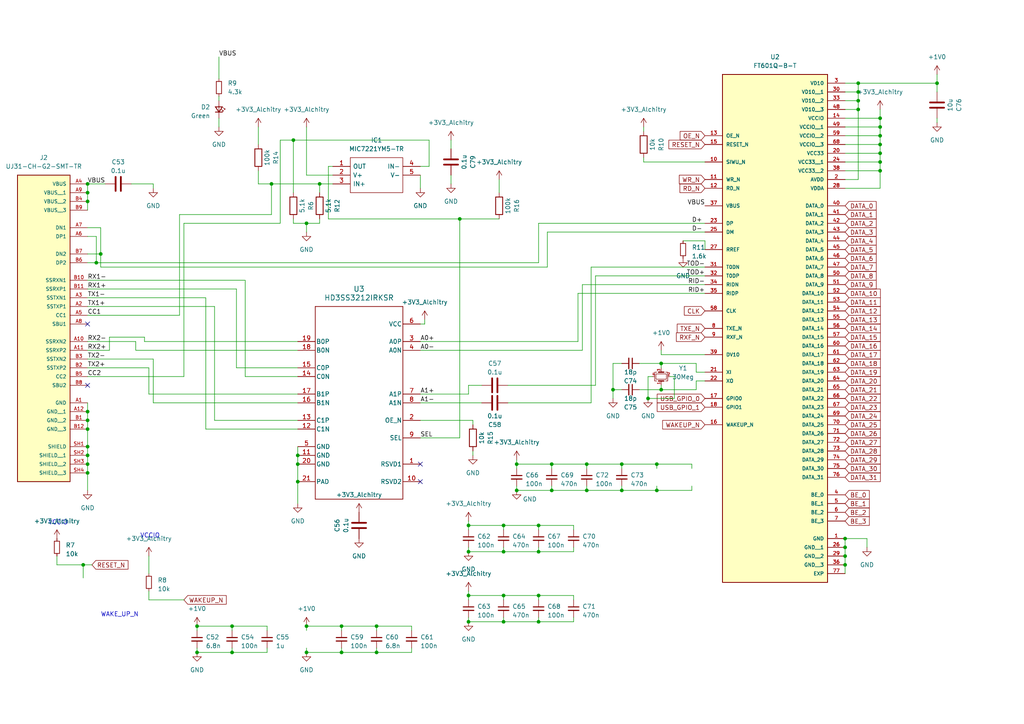
<source format=kicad_sch>
(kicad_sch (version 20231120) (generator "eeschema") (generator_version "8.0")
  (paper "A4")
  (title_block (title "Streamoscope") (date "2024-08-11") (rev "4") (company "Massachusetts Institute of Technology"))
  (junction (at 135.89 152.4))
  (junction (at 25.4 121.92))
  (junction (at 67.31 189.23))
  (junction (at 25.4 53.34))
  (junction (at 190.5 134.62))
  (junction (at 170.18 134.62))
  (junction (at 156.21 152.4))
  (junction (at 99.06 189.23))
  (junction (at 133.35 63.5))
  (junction (at 146.05 160.02))
  (junction (at 88.9 189.23))
  (junction (at 25.4 55.88))
  (junction (at 24.13 163.83))
  (junction (at 78.74 53.34))
  (junction (at 25.4 58.42))
  (junction (at 109.22 181.61))
  (junction (at 255.27 44.45))
  (junction (at 255.27 36.83))
  (junction (at 135.89 172.72))
  (junction (at 156.21 180.34))
  (junction (at 25.4 137.16))
  (junction (at 135.89 160.02))
  (junction (at 190.5 142.24))
  (junction (at 156.21 160.02))
  (junction (at 191.77 105.41))
  (junction (at 25.4 129.54))
  (junction (at 146.05 152.4))
  (junction (at 248.92 24.13))
  (junction (at 191.77 113.03))
  (junction (at 156.21 172.72))
  (junction (at 25.4 119.38))
  (junction (at 57.15 189.23))
  (junction (at 160.02 134.62))
  (junction (at 180.34 134.62))
  (junction (at 25.4 134.62))
  (junction (at 85.09 40.64))
  (junction (at 135.89 180.34))
  (junction (at 187.96 115.57))
  (junction (at 25.4 132.08))
  (junction (at 25.4 124.46))
  (junction (at 255.27 34.29))
  (junction (at 170.18 142.24))
  (junction (at 57.15 181.61))
  (junction (at 248.92 29.21))
  (junction (at 180.34 142.24))
  (junction (at 92.71 53.34))
  (junction (at 248.92 31.75))
  (junction (at 86.36 132.08))
  (junction (at 255.27 39.37))
  (junction (at 88.9 64.77))
  (junction (at 177.8 113.03))
  (junction (at 245.11 158.75))
  (junction (at 29.21 73.66))
  (junction (at 255.27 49.53))
  (junction (at 248.92 26.67))
  (junction (at 146.05 172.72))
  (junction (at 109.22 189.23))
  (junction (at 86.36 139.7))
  (junction (at 255.27 41.91))
  (junction (at 255.27 46.99))
  (junction (at 27.94 76.2))
  (junction (at 86.36 134.62))
  (junction (at 245.11 163.83))
  (junction (at 149.86 142.24))
  (junction (at 149.86 134.62))
  (junction (at 245.11 156.21))
  (junction (at 146.05 180.34))
  (junction (at 88.9 181.61))
  (junction (at 67.31 181.61))
  (junction (at 99.06 181.61))
  (junction (at 245.11 161.29))
  (junction (at 160.02 142.24))
  (junction (at 271.78 24.13))
  (no_connect (at 121.92 139.7))
  (no_connect (at 25.4 111.76))
  (no_connect (at 25.4 93.98))
  (no_connect (at 121.92 134.62))
  (wire (pts (xy 67.31 187.96) (xy 67.31 189.23)))
  (wire (pts (xy 92.71 53.34) (xy 92.71 55.88)))
  (wire (pts (xy 88.9 64.77) (xy 92.71 64.77)))
  (wire (pts (xy 88.9 181.61) (xy 99.06 181.61)))
  (wire (pts (xy 86.36 132.08) (xy 86.36 134.62)))
  (wire (pts (xy 171.45 77.47) (xy 204.47 77.47)))
  (wire (pts (xy 52.07 62.23) (xy 78.74 62.23)))
  (wire (pts (xy 185.42 113.03) (xy 191.77 113.03)))
  (wire (pts (xy 27.94 76.2) (xy 156.21 76.2)))
  (wire (pts (xy 177.8 113.03) (xy 177.8 115.57)))
  (wire (pts (xy 43.18 106.68) (xy 43.18 114.3)))
  (wire (pts (xy 177.8 113.03) (xy 180.34 113.03)))
  (wire (pts (xy 85.09 40.64) (xy 85.09 55.88)))
  (wire (pts (xy 121.92 93.98) (xy 123.19 93.98)))
  (wire (pts (xy 25.4 66.04) (xy 29.21 66.04)))
  (wire (pts (xy 255.27 39.37) (xy 255.27 41.91)))
  (wire (pts (xy 121.92 101.6) (xy 168.91 101.6)))
  (wire (pts (xy 156.21 179.07) (xy 156.21 180.34)))
  (wire (pts (xy 121.92 54.61) (xy 121.92 50.8)))
  (wire (pts (xy 135.89 172.72) (xy 135.89 173.99)))
  (wire (pts (xy 204.47 69.85) (xy 204.47 72.39)))
  (wire (pts (xy 245.11 39.37) (xy 255.27 39.37)))
  (wire (pts (xy 74.93 53.34) (xy 78.74 53.34)))
  (wire (pts (xy 25.4 68.58) (xy 27.94 68.58)))
  (wire (pts (xy 156.21 152.4) (xy 156.21 153.67)))
  (wire (pts (xy 160.02 134.62) (xy 160.02 135.89)))
  (wire (pts (xy 59.69 86.36) (xy 59.69 124.46)))
  (wire (pts (xy 156.21 158.75) (xy 156.21 160.02)))
  (wire (pts (xy 248.92 26.67) (xy 248.92 24.13)))
  (wire (pts (xy 135.89 158.75) (xy 135.89 160.02)))
  (wire (pts (xy 109.22 189.23) (xy 119.38 189.23)))
  (wire (pts (xy 170.18 134.62) (xy 180.34 134.62)))
  (wire (pts (xy 271.78 24.13) (xy 271.78 26.67)))
  (wire (pts (xy 195.58 115.57) (xy 195.58 109.22)))
  (wire (pts (xy 25.4 76.2) (xy 27.94 76.2)))
  (wire (pts (xy 255.27 44.45) (xy 255.27 46.99)))
  (wire (pts (xy 59.69 124.46) (xy 86.36 124.46)))
  (wire (pts (xy 180.34 134.62) (xy 180.34 135.89)))
  (wire (pts (xy 88.9 64.77) (xy 85.09 64.77)))
  (wire (pts (xy 63.5 36.83) (xy 63.5 34.29)))
  (wire (pts (xy 25.4 119.38) (xy 25.4 121.92)))
  (wire (pts (xy 245.11 156.21) (xy 251.46 156.21)))
  (wire (pts (xy 156.21 76.2) (xy 156.21 64.77)))
  (wire (pts (xy 180.34 134.62) (xy 190.5 134.62)))
  (wire (pts (xy 172.72 80.01) (xy 204.47 80.01)))
  (wire (pts (xy 86.36 129.54) (xy 86.36 132.08)))
  (wire (pts (xy 81.28 64.77) (xy 81.28 40.64)))
  (wire (pts (xy 29.21 73.66) (xy 29.21 77.47)))
  (wire (pts (xy 16.51 161.29) (xy 16.51 163.83)))
  (wire (pts (xy 255.27 34.29) (xy 255.27 36.83)))
  (wire (pts (xy 78.74 53.34) (xy 92.71 53.34)))
  (wire (pts (xy 135.89 171.45) (xy 135.89 172.72)))
  (wire (pts (xy 180.34 142.24) (xy 190.5 142.24)))
  (wire (pts (xy 147.32 116.84) (xy 171.45 116.84)))
  (wire (pts (xy 156.21 172.72) (xy 156.21 173.99)))
  (wire (pts (xy 124.46 48.26) (xy 121.92 48.26)))
  (wire (pts (xy 27.94 68.58) (xy 27.94 76.2)))
  (wire (pts (xy 149.86 133.35) (xy 149.86 134.62)))
  (wire (pts (xy 95.25 63.5) (xy 133.35 63.5)))
  (wire (pts (xy 135.89 111.76) (xy 139.7 111.76)))
  (wire (pts (xy 255.27 54.61) (xy 245.11 54.61)))
  (wire (pts (xy 200.66 134.62) (xy 200.66 135.89)))
  (wire (pts (xy 135.89 114.3) (xy 135.89 111.76)))
  (wire (pts (xy 149.86 134.62) (xy 160.02 134.62)))
  (wire (pts (xy 186.69 46.99) (xy 204.47 46.99)))
  (wire (pts (xy 57.15 187.96) (xy 57.15 189.23)))
  (wire (pts (xy 255.27 41.91) (xy 255.27 44.45)))
  (wire (pts (xy 25.4 73.66) (xy 29.21 73.66)))
  (wire (pts (xy 29.21 66.04) (xy 29.21 73.66)))
  (wire (pts (xy 190.5 134.62) (xy 190.5 135.89)))
  (wire (pts (xy 109.22 181.61) (xy 109.22 182.88)))
  (wire (pts (xy 149.86 142.24) (xy 160.02 142.24)))
  (wire (pts (xy 201.93 107.95) (xy 201.93 105.41)))
  (wire (pts (xy 198.12 69.85) (xy 204.47 69.85)))
  (wire (pts (xy 190.5 134.62) (xy 200.66 134.62)))
  (wire (pts (xy 171.45 116.84) (xy 171.45 77.47)))
  (wire (pts (xy 160.02 134.62) (xy 170.18 134.62)))
  (wire (pts (xy 67.31 181.61) (xy 67.31 182.88)))
  (wire (pts (xy 191.77 113.03) (xy 201.93 113.03)))
  (wire (pts (xy 245.11 158.75) (xy 245.11 161.29)))
  (wire (pts (xy 124.46 40.64) (xy 124.46 48.26)))
  (wire (pts (xy 25.4 86.36) (xy 59.69 86.36)))
  (wire (pts (xy 109.22 181.61) (xy 119.38 181.61)))
  (wire (pts (xy 62.23 121.92) (xy 86.36 121.92)))
  (wire (pts (xy 74.93 49.53) (xy 74.93 53.34)))
  (wire (pts (xy 44.45 54.61) (xy 44.45 53.34)))
  (wire (pts (xy 24.13 163.83) (xy 26.67 163.83)))
  (wire (pts (xy 160.02 140.97) (xy 160.02 142.24)))
  (wire (pts (xy 248.92 31.75) (xy 248.92 29.21)))
  (wire (pts (xy 255.27 49.53) (xy 255.27 54.61)))
  (wire (pts (xy 248.92 29.21) (xy 248.92 26.67)))
  (wire (pts (xy 88.9 181.61) (xy 88.9 182.88)))
  (wire (pts (xy 25.4 132.08) (xy 25.4 134.62)))
  (wire (pts (xy 245.11 26.67) (xy 248.92 26.67)))
  (wire (pts (xy 167.64 85.09) (xy 204.47 85.09)))
  (wire (pts (xy 88.9 64.77) (xy 88.9 67.31)))
  (wire (pts (xy 43.18 114.3) (xy 86.36 114.3)))
  (wire (pts (xy 146.05 172.72) (xy 156.21 172.72)))
  (wire (pts (xy 137.16 130.81) (xy 137.16 132.08)))
  (wire (pts (xy 62.23 88.9) (xy 62.23 121.92)))
  (wire (pts (xy 190.5 140.97) (xy 190.5 142.24)))
  (wire (pts (xy 158.75 77.47) (xy 158.75 67.31)))
  (wire (pts (xy 245.11 34.29) (xy 255.27 34.29)))
  (wire (pts (xy 204.47 107.95) (xy 201.93 107.95)))
  (wire (pts (xy 63.5 27.94) (xy 63.5 29.21)))
  (wire (pts (xy 71.12 109.22) (xy 86.36 109.22)))
  (wire (pts (xy 245.11 161.29) (xy 245.11 163.83)))
  (wire (pts (xy 170.18 140.97) (xy 170.18 142.24)))
  (wire (pts (xy 99.06 181.61) (xy 99.06 182.88)))
  (wire (pts (xy 147.32 111.76) (xy 172.72 111.76)))
  (wire (pts (xy 180.34 142.24) (xy 180.34 140.97)))
  (wire (pts (xy 191.77 111.76) (xy 191.77 113.03)))
  (wire (pts (xy 245.11 41.91) (xy 255.27 41.91)))
  (wire (pts (xy 190.5 142.24) (xy 200.66 142.24)))
  (wire (pts (xy 43.18 173.99) (xy 53.34 173.99)))
  (wire (pts (xy 146.05 152.4) (xy 146.05 153.67)))
  (wire (pts (xy 41.91 99.06) (xy 86.36 99.06)))
  (wire (pts (xy 85.09 40.64) (xy 124.46 40.64)))
  (wire (pts (xy 25.4 106.68) (xy 43.18 106.68)))
  (wire (pts (xy 248.92 24.13) (xy 271.78 24.13)))
  (wire (pts (xy 25.4 58.42) (xy 25.4 60.96)))
  (wire (pts (xy 156.21 160.02) (xy 166.37 160.02)))
  (wire (pts (xy 135.89 152.4) (xy 146.05 152.4)))
  (wire (pts (xy 187.96 109.22) (xy 187.96 115.57)))
  (wire (pts (xy 57.15 181.61) (xy 67.31 181.61)))
  (wire (pts (xy 25.4 104.14) (xy 44.45 104.14)))
  (wire (pts (xy 255.27 46.99) (xy 255.27 49.53)))
  (wire (pts (xy 85.09 64.77) (xy 85.09 63.5)))
  (wire (pts (xy 39.37 99.06) (xy 25.4 99.06)))
  (wire (pts (xy 248.92 52.07) (xy 248.92 31.75)))
  (wire (pts (xy 271.78 34.29) (xy 271.78 35.56)))
  (wire (pts (xy 25.4 109.22) (xy 53.34 109.22)))
  (wire (pts (xy 44.45 104.14) (xy 44.45 116.84)))
  (wire (pts (xy 156.21 64.77) (xy 204.47 64.77)))
  (wire (pts (xy 25.4 116.84) (xy 25.4 119.38)))
  (wire (pts (xy 200.66 142.24) (xy 200.66 140.97)))
  (wire (pts (xy 25.4 91.44) (xy 52.07 91.44)))
  (wire (pts (xy 137.16 121.92) (xy 121.92 121.92)))
  (wire (pts (xy 77.47 181.61) (xy 77.47 182.88)))
  (wire (pts (xy 25.4 83.82) (xy 68.58 83.82)))
  (wire (pts (xy 149.86 140.97) (xy 149.86 142.24)))
  (wire (pts (xy 25.4 124.46) (xy 25.4 129.54)))
  (wire (pts (xy 135.89 152.4) (xy 135.89 153.67)))
  (wire (pts (xy 96.52 48.26) (xy 95.25 48.26)))
  (wire (pts (xy 133.35 63.5) (xy 144.78 63.5)))
  (wire (pts (xy 44.45 53.34) (xy 38.1 53.34)))
  (wire (pts (xy 167.64 99.06) (xy 167.64 85.09)))
  (wire (pts (xy 146.05 179.07) (xy 146.05 180.34)))
  (wire (pts (xy 245.11 31.75) (xy 248.92 31.75)))
  (wire (pts (xy 57.15 189.23) (xy 67.31 189.23)))
  (wire (pts (xy 74.93 36.83) (xy 74.93 41.91)))
  (wire (pts (xy 186.69 36.83) (xy 186.69 38.1)))
  (wire (pts (xy 146.05 172.72) (xy 146.05 173.99)))
  (wire (pts (xy 119.38 189.23) (xy 119.38 187.96)))
  (wire (pts (xy 195.58 109.22) (xy 194.31 109.22)))
  (wire (pts (xy 121.92 114.3) (xy 135.89 114.3)))
  (wire (pts (xy 39.37 101.6) (xy 86.36 101.6)))
  (wire (pts (xy 245.11 163.83) (xy 245.11 166.37)))
  (wire (pts (xy 255.27 31.75) (xy 255.27 34.29)))
  (wire (pts (xy 189.23 109.22) (xy 187.96 109.22)))
  (wire (pts (xy 78.74 62.23) (xy 78.74 53.34)))
  (wire (pts (xy 99.06 181.61) (xy 109.22 181.61)))
  (wire (pts (xy 53.34 109.22) (xy 53.34 64.77)))
  (wire (pts (xy 81.28 40.64) (xy 85.09 40.64)))
  (wire (pts (xy 156.21 152.4) (xy 166.37 152.4)))
  (wire (pts (xy 25.4 53.34) (xy 30.48 53.34)))
  (wire (pts (xy 135.89 179.07) (xy 135.89 180.34)))
  (wire (pts (xy 146.05 180.34) (xy 156.21 180.34)))
  (wire (pts (xy 88.9 50.8) (xy 88.9 36.83)))
  (wire (pts (xy 31.75 97.79) (xy 41.91 97.79)))
  (wire (pts (xy 95.25 48.26) (xy 95.25 63.5)))
  (wire (pts (xy 123.19 92.71) (xy 123.19 93.98)))
  (wire (pts (xy 191.77 105.41) (xy 201.93 105.41)))
  (wire (pts (xy 68.58 106.68) (xy 86.36 106.68)))
  (wire (pts (xy 43.18 171.45) (xy 43.18 173.99)))
  (wire (pts (xy 245.11 29.21) (xy 248.92 29.21)))
  (wire (pts (xy 67.31 189.23) (xy 77.47 189.23)))
  (wire (pts (xy 133.35 63.5) (xy 133.35 127)))
  (wire (pts (xy 248.92 24.13) (xy 245.11 24.13)))
  (wire (pts (xy 186.69 45.72) (xy 186.69 46.99)))
  (wire (pts (xy 52.07 91.44) (xy 52.07 62.23)))
  (wire (pts (xy 170.18 134.62) (xy 170.18 135.89)))
  (wire (pts (xy 31.75 101.6) (xy 31.75 97.79)))
  (wire (pts (xy 68.58 83.82) (xy 68.58 106.68)))
  (wire (pts (xy 53.34 64.77) (xy 81.28 64.77)))
  (wire (pts (xy 187.96 115.57) (xy 195.58 115.57)))
  (wire (pts (xy 255.27 36.83) (xy 255.27 39.37)))
  (wire (pts (xy 29.21 77.47) (xy 158.75 77.47)))
  (wire (pts (xy 191.77 101.6) (xy 191.77 102.87)))
  (wire (pts (xy 166.37 172.72) (xy 166.37 173.99)))
  (wire (pts (xy 25.4 134.62) (xy 25.4 137.16)))
  (wire (pts (xy 99.06 187.96) (xy 99.06 189.23)))
  (wire (pts (xy 245.11 44.45) (xy 255.27 44.45)))
  (wire (pts (xy 119.38 181.61) (xy 119.38 182.88)))
  (wire (pts (xy 25.4 101.6) (xy 31.75 101.6)))
  (wire (pts (xy 88.9 189.23) (xy 99.06 189.23)))
  (wire (pts (xy 133.35 127) (xy 121.92 127)))
  (wire (pts (xy 245.11 46.99) (xy 255.27 46.99)))
  (wire (pts (xy 41.91 97.79) (xy 41.91 99.06)))
  (wire (pts (xy 67.31 181.61) (xy 77.47 181.61)))
  (wire (pts (xy 271.78 21.59) (xy 271.78 24.13)))
  (wire (pts (xy 172.72 111.76) (xy 172.72 80.01)))
  (wire (pts (xy 168.91 101.6) (xy 168.91 82.55)))
  (wire (pts (xy 158.75 67.31) (xy 204.47 67.31)))
  (wire (pts (xy 39.37 101.6) (xy 39.37 99.06)))
  (wire (pts (xy 185.42 105.41) (xy 191.77 105.41)))
  (wire (pts (xy 149.86 134.62) (xy 149.86 135.89)))
  (wire (pts (xy 25.4 81.28) (xy 71.12 81.28)))
  (wire (pts (xy 92.71 64.77) (xy 92.71 63.5)))
  (wire (pts (xy 86.36 139.7) (xy 86.36 146.05)))
  (wire (pts (xy 201.93 110.49) (xy 201.93 113.03)))
  (wire (pts (xy 168.91 82.55) (xy 204.47 82.55)))
  (wire (pts (xy 135.89 180.34) (xy 146.05 180.34)))
  (wire (pts (xy 86.36 134.62) (xy 86.36 139.7)))
  (wire (pts (xy 25.4 137.16) (xy 25.4 142.24)))
  (wire (pts (xy 146.05 158.75) (xy 146.05 160.02)))
  (wire (pts (xy 245.11 49.53) (xy 255.27 49.53)))
  (wire (pts (xy 57.15 181.61) (xy 57.15 182.88)))
  (wire (pts (xy 130.81 53.34) (xy 130.81 50.8)))
  (wire (pts (xy 135.89 172.72) (xy 146.05 172.72)))
  (wire (pts (xy 245.11 156.21) (xy 245.11 158.75)))
  (wire (pts (xy 121.92 116.84) (xy 139.7 116.84)))
  (wire (pts (xy 251.46 156.21) (xy 251.46 158.75)))
  (wire (pts (xy 166.37 160.02) (xy 166.37 158.75)))
  (wire (pts (xy 191.77 105.41) (xy 191.77 106.68)))
  (wire (pts (xy 77.47 187.96) (xy 77.47 189.23)))
  (wire (pts (xy 245.11 52.07) (xy 248.92 52.07)))
  (wire (pts (xy 146.05 160.02) (xy 156.21 160.02)))
  (wire (pts (xy 170.18 142.24) (xy 180.34 142.24)))
  (wire (pts (xy 96.52 50.8) (xy 88.9 50.8)))
  (wire (pts (xy 92.71 53.34) (xy 96.52 53.34)))
  (wire (pts (xy 25.4 53.34) (xy 25.4 55.88)))
  (wire (pts (xy 135.89 160.02) (xy 146.05 160.02)))
  (wire (pts (xy 44.45 116.84) (xy 86.36 116.84)))
  (wire (pts (xy 71.12 81.28) (xy 71.12 109.22)))
  (wire (pts (xy 63.5 16.51) (xy 63.5 22.86)))
  (wire (pts (xy 43.18 161.29) (xy 43.18 166.37)))
  (wire (pts (xy 160.02 142.24) (xy 170.18 142.24)))
  (wire (pts (xy 121.92 99.06) (xy 167.64 99.06)))
  (wire (pts (xy 24.13 163.83) (xy 16.51 163.83)))
  (wire (pts (xy 109.22 187.96) (xy 109.22 189.23)))
  (wire (pts (xy 130.81 40.64) (xy 130.81 43.18)))
  (wire (pts (xy 177.8 105.41) (xy 177.8 113.03)))
  (wire (pts (xy 25.4 55.88) (xy 25.4 58.42)))
  (wire (pts (xy 25.4 129.54) (xy 25.4 132.08)))
  (wire (pts (xy 245.11 36.83) (xy 255.27 36.83)))
  (wire (pts (xy 24.13 167.64) (xy 24.13 163.83)))
  (wire (pts (xy 204.47 110.49) (xy 201.93 110.49)))
  (wire (pts (xy 156.21 172.72) (xy 166.37 172.72)))
  (wire (pts (xy 166.37 180.34) (xy 166.37 179.07)))
  (wire (pts (xy 88.9 187.96) (xy 88.9 189.23)))
  (wire (pts (xy 25.4 88.9) (xy 62.23 88.9)))
  (wire (pts (xy 156.21 180.34) (xy 166.37 180.34)))
  (wire (pts (xy 25.4 121.92) (xy 25.4 124.46)))
  (wire (pts (xy 191.77 102.87) (xy 204.47 102.87)))
  (wire (pts (xy 180.34 105.41) (xy 177.8 105.41)))
  (wire (pts (xy 135.89 151.13) (xy 135.89 152.4)))
  (wire (pts (xy 146.05 152.4) (xy 156.21 152.4)))
  (wire (pts (xy 99.06 189.23) (xy 109.22 189.23)))
  (wire (pts (xy 137.16 123.19) (xy 137.16 121.92)))
  (wire (pts (xy 144.78 52.07) (xy 144.78 55.88)))
  (wire (pts (xy 166.37 152.4) (xy 166.37 153.67)))
  (text "VCCIO" (at 40.64 156.21 0) (effects (font (size 1.27 1.27)) (justify left bottom)))
  (text "WAKE_UP_N" (at 29.21 179.07 0) (effects (font (size 1.27 1.27)) (justify left bottom)))
  (text "VCCIO" (at 13.97 152.4 0) (effects (font (size 1.27 1.27)) (justify left bottom)))
  (label "D-" (at 200.66 67.31 0))
  (label "D+" (at 200.66 64.77 0))
  (label "RX1-" (at 25.4 81.28 0))
  (label "RX1+" (at 25.4 83.82 0))
  (label "TOD-" (at 204.47 77.47 180))
  (label "CC2" (at 25.4 109.22 0))
  (label "A1-" (at 121.92 116.84 0))
  (label "RID-" (at 204.47 82.55 180))
  (label "A1+" (at 121.92 114.3 0))
  (label "VBUS" (at 25.4 53.34 0))
  (label "A0+" (at 121.92 99.06 0))
  (label "TX2+" (at 25.4 106.68 0))
  (label "CC1" (at 25.4 91.44 0))
  (label "RX2+" (at 25.4 101.6 0))
  (label "TX1+" (at 25.4 88.9 0))
  (label "TOD+" (at 204.47 80.01 180))
  (label "TX1-" (at 25.4 86.36 0))
  (label "A0-" (at 121.92 101.6 0))
  (label "VBUS" (at 63.5 16.51 0))
  (label "VBUS" (at 204.47 59.69 180))
  (label "RX2-" (at 25.4 99.06 0))
  (label "SEL" (at 121.92 127 0))
  (label "RID+" (at 204.47 85.09 180))
  (label "TX2-" (at 25.4 104.14 0))
  (global_label "DATA_5" (shape input) (at 245.11 72.39 0) (property "Intersheetrefs" "${INTERSHEET_REFS}" (effects (hide yes))))
  (global_label "WAKEUP_N" (shape input) (at 204.47 123.19 180) (property "Intersheetrefs" "${INTERSHEET_REFS}" (effects (hide yes))))
  (global_label "DATA_10" (shape input) (at 245.11 85.09 0) (property "Intersheetrefs" "${INTERSHEET_REFS}" (effects (hide yes))))
  (global_label "DATA_20" (shape input) (at 245.11 110.49 0) (property "Intersheetrefs" "${INTERSHEET_REFS}" (effects (hide yes))))
  (global_label "DATA_30" (shape input) (at 245.11 135.89 0) (property "Intersheetrefs" "${INTERSHEET_REFS}" (effects (hide yes))))
  (global_label "DATA_8" (shape input) (at 245.11 80.01 0) (property "Intersheetrefs" "${INTERSHEET_REFS}" (effects (hide yes))))
  (global_label "TXE_N" (shape input) (at 204.47 95.25 180) (property "Intersheetrefs" "${INTERSHEET_REFS}" (effects (hide yes))))
  (global_label "DATA_1" (shape input) (at 245.11 62.23 0) (property "Intersheetrefs" "${INTERSHEET_REFS}" (effects (hide yes))))
  (global_label "DATA_17" (shape input) (at 245.11 102.87 0) (property "Intersheetrefs" "${INTERSHEET_REFS}" (effects (hide yes))))
  (global_label "DATA_27" (shape input) (at 245.11 128.27 0) (property "Intersheetrefs" "${INTERSHEET_REFS}" (effects (hide yes))))
  (global_label "WR_N" (shape input) (at 204.47 52.07 180) (property "Intersheetrefs" "${INTERSHEET_REFS}" (effects (hide yes))))
  (global_label "DATA_18" (shape input) (at 245.11 105.41 0) (property "Intersheetrefs" "${INTERSHEET_REFS}" (effects (hide yes))))
  (global_label "DATA_4" (shape input) (at 245.11 69.85 0) (property "Intersheetrefs" "${INTERSHEET_REFS}" (effects (hide yes))))
  (global_label "DATA_7" (shape input) (at 245.11 77.47 0) (property "Intersheetrefs" "${INTERSHEET_REFS}" (effects (hide yes))))
  (global_label "BE_2" (shape input) (at 245.11 148.59 0) (property "Intersheetrefs" "${INTERSHEET_REFS}" (effects (hide yes))))
  (global_label "DATA_29" (shape input) (at 245.11 133.35 0) (property "Intersheetrefs" "${INTERSHEET_REFS}" (effects (hide yes))))
  (global_label "DATA_22" (shape input) (at 245.11 115.57 0) (property "Intersheetrefs" "${INTERSHEET_REFS}" (effects (hide yes))))
  (global_label "DATA_3" (shape input) (at 245.11 67.31 0) (property "Intersheetrefs" "${INTERSHEET_REFS}" (effects (hide yes))))
  (global_label "DATA_26" (shape input) (at 245.11 125.73 0) (property "Intersheetrefs" "${INTERSHEET_REFS}" (effects (hide yes))))
  (global_label "OE_N" (shape input) (at 204.47 39.37 180) (property "Intersheetrefs" "${INTERSHEET_REFS}" (effects (hide yes))))
  (global_label "RESET_N" (shape input) (at 204.47 41.91 180) (property "Intersheetrefs" "${INTERSHEET_REFS}" (effects (hide yes))))
  (global_label "RD_N" (shape input) (at 204.47 54.61 180) (property "Intersheetrefs" "${INTERSHEET_REFS}" (effects (hide yes))))
  (global_label "USB_GPIO_0" (shape input) (at 204.47 115.57 180) (property "Intersheetrefs" "${INTERSHEET_REFS}" (effects (hide yes))))
  (global_label "USB_GPIO_1" (shape input) (at 204.47 118.11 180) (property "Intersheetrefs" "${INTERSHEET_REFS}" (effects (hide yes))))
  (global_label "DATA_23" (shape input) (at 245.11 118.11 0) (property "Intersheetrefs" "${INTERSHEET_REFS}" (effects (hide yes))))
  (global_label "DATA_31" (shape input) (at 245.11 138.43 0) (property "Intersheetrefs" "${INTERSHEET_REFS}" (effects (hide yes))))
  (global_label "RESET_N" (shape input) (at 26.67 163.83 0) (property "Intersheetrefs" "${INTERSHEET_REFS}" (effects (hide yes))))
  (global_label "DATA_0" (shape input) (at 245.11 59.69 0) (property "Intersheetrefs" "${INTERSHEET_REFS}" (effects (hide yes))))
  (global_label "DATA_21" (shape input) (at 245.11 113.03 0) (property "Intersheetrefs" "${INTERSHEET_REFS}" (effects (hide yes))))
  (global_label "DATA_12" (shape input) (at 245.11 90.17 0) (property "Intersheetrefs" "${INTERSHEET_REFS}" (effects (hide yes))))
  (global_label "DATA_2" (shape input) (at 245.11 64.77 0) (property "Intersheetrefs" "${INTERSHEET_REFS}" (effects (hide yes))))
  (global_label "DATA_13" (shape input) (at 245.11 92.71 0) (property "Intersheetrefs" "${INTERSHEET_REFS}" (effects (hide yes))))
  (global_label "DATA_11" (shape input) (at 245.11 87.63 0) (property "Intersheetrefs" "${INTERSHEET_REFS}" (effects (hide yes))))
  (global_label "DATA_25" (shape input) (at 245.11 123.19 0) (property "Intersheetrefs" "${INTERSHEET_REFS}" (effects (hide yes))))
  (global_label "BE_0" (shape input) (at 245.11 143.51 0) (property "Intersheetrefs" "${INTERSHEET_REFS}" (effects (hide yes))))
  (global_label "DATA_16" (shape input) (at 245.11 100.33 0) (property "Intersheetrefs" "${INTERSHEET_REFS}" (effects (hide yes))))
  (global_label "DATA_28" (shape input) (at 245.11 130.81 0) (property "Intersheetrefs" "${INTERSHEET_REFS}" (effects (hide yes))))
  (global_label "DATA_15" (shape input) (at 245.11 97.79 0) (property "Intersheetrefs" "${INTERSHEET_REFS}" (effects (hide yes))))
  (global_label "RXF_N" (shape input) (at 204.47 97.79 180) (property "Intersheetrefs" "${INTERSHEET_REFS}" (effects (hide yes))))
  (global_label "DATA_6" (shape input) (at 245.11 74.93 0) (property "Intersheetrefs" "${INTERSHEET_REFS}" (effects (hide yes))))
  (global_label "DATA_24" (shape input) (at 245.11 120.65 0) (property "Intersheetrefs" "${INTERSHEET_REFS}" (effects (hide yes))))
  (global_label "CLK" (shape input) (at 204.47 90.17 180) (property "Intersheetrefs" "${INTERSHEET_REFS}" (effects (hide yes))))
  (global_label "DATA_14" (shape input) (at 245.11 95.25 0) (property "Intersheetrefs" "${INTERSHEET_REFS}" (effects (hide yes))))
  (global_label "DATA_19" (shape input) (at 245.11 107.95 0) (property "Intersheetrefs" "${INTERSHEET_REFS}" (effects (hide yes))))
  (global_label "BE_3" (shape input) (at 245.11 151.13 0) (property "Intersheetrefs" "${INTERSHEET_REFS}" (effects (hide yes))))
  (global_label "WAKEUP_N" (shape input) (at 53.34 173.99 0) (property "Intersheetrefs" "${INTERSHEET_REFS}" (effects (hide yes))))
  (global_label "DATA_9" (shape input) (at 245.11 82.55 0) (property "Intersheetrefs" "${INTERSHEET_REFS}" (effects (hide yes))))
  (global_label "BE_1" (shape input) (at 245.11 146.05 0) (property "Intersheetrefs" "${INTERSHEET_REFS}" (effects (hide yes))))
  (symbol (lib_id "power:GND") (at 271.78 35.56 0) (unit 1)
    (property "Reference" "#PWR094" (effects (hide yes)))
    (property "Value" "GND" (at 271.78 40.64 0))
  )
  (symbol (lib_id "power:GND") (at 88.9 67.31 0) (unit 1)
    (property "Reference" "#PWR036" (effects (hide yes)))
    (property "Value" "GND" (at 88.9 72.39 0))
  )
  (symbol (lib_id "Device:C_Small") (at 67.31 185.42 0) (unit 1)
    (property "Reference" "C54" (at 69.85 184.7913 0) (effects (justify left)))
    (property "Value" "100n" (at 69.85 187.3313 0) (effects (justify left)))
    (property "Footprint" "Capacitor_SMD:C_0402_1005Metric_Pad0.74x0.62mm_HandSolder" (effects (hide yes)))
  )
  (symbol (lib_id "power:+3V3") (at 43.18 161.29 0) (unit 1)
    (property "Reference" "#PWR024" (effects (hide yes)))
    (property "Value" "+3V3_Alchitry" (at 43.18 156.21 0))
  )
  (symbol (lib_id "Device:C_Small") (at 149.86 138.43 0) (unit 1)
    (property "Reference" "C66" (at 152.4 137.8013 0) (effects (justify left)))
    (property "Value" "100n" (at 152.4 140.3413 0) (effects (justify left)))
    (property "Footprint" "Capacitor_SMD:C_0402_1005Metric_Pad0.74x0.62mm_HandSolder" (effects (hide yes)))
  )
  (symbol (lib_id "power:GND") (at 44.45 54.61 0) (unit 1)
    (property "Reference" "#PWR031" (effects (hide yes)))
    (property "Value" "GND" (at 44.45 59.69 0))
  )
  (symbol (lib_id "Device:C_Small") (at 119.38 185.42 0) (unit 1)
    (property "Reference" "C61" (at 121.92 184.7913 0) (effects (justify left)))
    (property "Value" "100n" (at 121.92 187.3313 0) (effects (justify left)))
    (property "Footprint" "Capacitor_SMD:C_0402_1005Metric_Pad0.74x0.62mm_HandSolder" (effects (hide yes)))
  )
  (symbol (lib_id "Device:C") (at 271.78 30.48 0) (unit 1)
    (property "Reference" "C76" (at 278.13 30.48 90))
    (property "Value" "10u" (at 275.59 30.48 90))
    (property "Footprint" "Capacitor_SMD:C_0402_1005Metric_Pad0.74x0.62mm_HandSolder" (effects (hide yes)))
  )
  (symbol (lib_id "power:+3V3") (at 144.78 52.07 0) (unit 1)
    (property "Reference" "#PWR0109" (effects (hide yes)))
    (property "Value" "+3V3_Alchitry" (at 144.78 46.99 0))
  )
  (symbol (lib_id "power:+3V3") (at 88.9 36.83 0) (mirror y) (unit 1)
    (property "Reference" "#PWR0100" (effects (hide yes)))
    (property "Value" "+3V3_Alchitry" (at 88.9 31.75 0))
  )
  (symbol (lib_id "power:GND") (at 177.8 115.57 0) (unit 1)
    (property "Reference" "#PWR084" (effects (hide yes)))
    (property "Value" "GND" (at 177.8 120.65 0))
  )
  (symbol (lib_id "Handheld_MRI:MIC7221YM5-TR") (at 96.52 48.26 0) (unit 1)
    (property "Reference" "IC1" (at 109.22 40.64 0))
    (property "Value" "MIC7221YM5-TR" (at 109.22 43.18 0))
    (property "Footprint" "handheld_mri_footprints:SOT95P280X130-5N" (effects (hide yes)))
    (property "Datasheet" "http://www.microchip.com/mymicrochip/filehandler.aspx?ddocname=en580607" (effects (hide yes)))
    (property "Description" "Comparator Rail-to-Rail Input SOT23-5" (effects (hide yes)))
    (property "Height" "1.3" (effects (hide yes)))
    (property "Mouser Part Number" "998-MIC7221YM5TR" (effects (hide yes)))
    (property "Mouser Price/Stock" "https://www.mouser.co.uk/ProductDetail/Microchip-Technology/MIC7221YM5-TR?qs=U6T8BxXiZAWrxxu6IxkTvA%3D%3D" (effects (hide yes)))
    (property "Manufacturer_Name" "Microchip" (effects (hide yes)))
    (property "Manufacturer_Part_Number" "MIC7221YM5-TR" (effects (hide yes)))
  )
  (symbol (lib_id "power:+3V3") (at 135.89 151.13 0) (unit 1)
    (property "Reference" "#PWR054" (effects (hide yes)))
    (property "Value" "+3V3_Alchitry" (at 135.89 146.05 0))
  )
  (symbol (lib_id "Device:C_Small") (at 135.89 176.53 0) (unit 1)
    (property "Reference" "C63" (at 138.43 175.9013 0) (effects (justify left)))
    (property "Value" "100n" (at 138.43 178.4413 0) (effects (justify left)))
    (property "Footprint" "Capacitor_SMD:C_0402_1005Metric_Pad0.74x0.62mm_HandSolder" (effects (hide yes)))
  )
  (symbol (lib_id "Device:C_Small") (at 180.34 138.43 0) (unit 1)
    (property "Reference" "C73" (at 182.88 137.8013 0) (effects (justify left)))
    (property "Value" "470n" (at 182.88 140.3413 0) (effects (justify left)))
    (property "Footprint" "Capacitor_SMD:C_0402_1005Metric_Pad0.74x0.62mm_HandSolder" (effects (hide yes)))
  )
  (symbol (lib_id "Device:LED_Small") (at 63.5 31.75 270) (mirror x) (unit 1)
    (property "Reference" "D2" (at 60.96 31.0515 90) (effects (justify right)))
    (property "Value" "Green" (at 60.96 33.5915 90) (effects (justify right)))
    (property "Footprint" "LED_SMD:LED_0603_1608Metric" (effects (hide yes)))
  )
  (symbol (lib_id "power:+3V3") (at 255.27 31.75 0) (unit 1)
    (property "Reference" "#PWR086" (effects (hide yes)))
    (property "Value" "+3V3_Alchitry" (at 255.27 26.67 0))
  )
  (symbol (lib_id "Device:C_Small") (at 166.37 156.21 0) (unit 1)
    (property "Reference" "C70" (at 168.91 155.5813 0) (effects (justify left)))
    (property "Value" "470n" (at 168.91 158.1213 0) (effects (justify left)))
    (property "Footprint" "Capacitor_SMD:C_0402_1005Metric_Pad0.74x0.62mm_HandSolder" (effects (hide yes)))
  )
  (symbol (lib_id "Device:C_Small") (at 182.88 105.41 270) (unit 1)
    (property "Reference" "C74" (at 182.8737 110.49 90))
    (property "Value" "18p" (at 182.8737 107.95 90))
    (property "Footprint" "Capacitor_SMD:C_0402_1005Metric_Pad0.74x0.62mm_HandSolder" (effects (hide yes)))
  )
  (symbol (lib_id "power:GND") (at 198.12 74.93 0) (unit 1)
    (property "Reference" "#PWR090" (effects (hide yes)))
    (property "Value" "GND" (at 198.12 80.01 0))
  )
  (symbol (lib_id "power:GND") (at 88.9 189.23 0) (unit 1)
    (property "Reference" "#PWR038" (effects (hide yes)))
    (property "Value" "GND" (at 88.9 194.31 0))
  )
  (symbol (lib_id "power:GND") (at 135.89 160.02 0) (unit 1)
    (property "Reference" "#PWR078" (effects (hide yes)))
    (property "Value" "GND" (at 135.89 165.1 0))
  )
  (symbol (lib_id "power:GND") (at 137.16 132.08 0) (unit 1)
    (property "Reference" "#PWR0108" (effects (hide yes)))
    (property "Value" "GND" (at 137.16 137.16 0))
  )
  (symbol (lib_id "Device:R") (at 186.69 41.91 0) (mirror y) (unit 1)
    (property "Reference" "R10" (at 191.77 41.91 90))
    (property "Value" "10k" (at 189.23 41.91 90))
    (property "Footprint" "Resistor_SMD:R_0402_1005Metric_Pad0.72x0.64mm_HandSolder" (effects (hide yes)))
  )
  (symbol (lib_id "Device:C_Small") (at 57.15 185.42 0) (unit 1)
    (property "Reference" "C52" (at 59.69 184.7913 0) (effects (justify left)))
    (property "Value" "6.8n" (at 59.69 187.3313 0) (effects (justify left)))
    (property "Footprint" "Capacitor_SMD:C_0402_1005Metric_Pad0.74x0.62mm_HandSolder" (effects (hide yes)))
  )
  (symbol (lib_id "power:+3V3") (at 130.81 40.64 0) (mirror y) (unit 1)
    (property "Reference" "#PWR0104" (effects (hide yes)))
    (property "Value" "+3V3_Alchitry" (at 130.81 35.56 0))
  )
  (symbol (lib_id "Device:R") (at 137.16 127 0) (mirror y) (unit 1)
    (property "Reference" "R15" (at 142.24 127 90))
    (property "Value" "10k" (at 139.7 127 90))
    (property "Footprint" "Resistor_SMD:R_0402_1005Metric_Pad0.72x0.64mm_HandSolder" (effects (hide yes)))
  )
  (symbol (lib_id "power:GND") (at 57.15 189.23 0) (unit 1)
    (property "Reference" "#PWR034" (effects (hide yes)))
    (property "Value" "GND" (at 57.15 194.31 0))
  )
  (symbol (lib_id "Device:C_Small") (at 156.21 176.53 0) (unit 1)
    (property "Reference" "C68" (at 158.75 175.9013 0) (effects (justify left)))
    (property "Value" "100n" (at 158.75 178.4413 0) (effects (justify left)))
    (property "Footprint" "Capacitor_SMD:C_0402_1005Metric_Pad0.74x0.62mm_HandSolder" (effects (hide yes)))
  )
  (symbol (lib_id "Handheld_MRI:UJ31-CH-G2-SMT-TR") (at 12.7 83.82 0) (unit 1)
    (property "Reference" "J2" (at 12.7 45.72 0))
    (property "Value" "UJ31-CH-G2-SMT-TR" (at 12.7 48.26 0))
    (property "Footprint" "handheld_mri_footprints:CUI_UJ31-CH-G2-SMT-TR" (effects (hide yes)))
    (property "Datasheet" "https://www.cuidevices.com/product/resource/uj31-ch-g2-smt-tr.pdf" (effects (hide yes)))
    (property "MANUFACTURER" "CUI INC" (effects (hide yes)))
    (property "PART_REV" "1.01" (effects (hide yes)))
    (property "STANDARD" "MANUFACTURER RECOMMENDATIONS" (effects (hide yes)))
  )
  (symbol (lib_id "Device:C_Small") (at 156.21 156.21 0) (unit 1)
    (property "Reference" "C67" (at 158.75 155.5813 0) (effects (justify left)))
    (property "Value" "100n" (at 158.75 158.1213 0) (effects (justify left)))
    (property "Footprint" "Capacitor_SMD:C_0402_1005Metric_Pad0.74x0.62mm_HandSolder" (effects (hide yes)))
  )
  (symbol (lib_id "Device:C_Small") (at 99.06 185.42 0) (unit 1)
    (property "Reference" "C59" (at 101.6 184.7913 0) (effects (justify left)))
    (property "Value" "100n" (at 101.6 187.3313 0) (effects (justify left)))
    (property "Footprint" "Capacitor_SMD:C_0402_1005Metric_Pad0.74x0.62mm_HandSolder" (effects (hide yes)))
  )
  (symbol (lib_id "Device:C_Small") (at 146.05 156.21 0) (unit 1)
    (property "Reference" "C64" (at 148.59 155.5813 0) (effects (justify left)))
    (property "Value" "470n" (at 148.59 158.1213 0) (effects (justify left)))
    (property "Footprint" "Capacitor_SMD:C_0402_1005Metric_Pad0.74x0.62mm_HandSolder" (effects (hide yes)))
  )
  (symbol (lib_id "Device:C") (at 104.14 152.4 180) (unit 1)
    (property "Reference" "C56" (at 97.79 152.4 90))
    (property "Value" "0.1u" (at 100.33 152.4 90))
    (property "Footprint" "Capacitor_SMD:C_0402_1005Metric_Pad0.74x0.62mm_HandSolder" (effects (hide yes)))
  )
  (symbol (lib_id "power:GND") (at 149.86 142.24 0) (unit 1)
    (property "Reference" "#PWR083" (effects (hide yes)))
    (property "Value" "GND" (at 153.67 144.78 0))
  )
  (symbol (lib_id "power:GND") (at 63.5 36.83 0) (unit 1)
    (property "Reference" "#PWR035" (effects (hide yes)))
    (property "Value" "GND" (at 63.5 41.91 0))
  )
  (symbol (lib_id "power:+3V3") (at 16.51 156.21 0) (unit 1)
    (property "Reference" "#PWR023" (effects (hide yes)))
    (property "Value" "+3V3_Alchitry" (at 16.51 151.13 0))
  )
  (symbol (lib_id "Device:C") (at 130.81 46.99 0) (unit 1)
    (property "Reference" "C79" (at 137.16 46.99 90))
    (property "Value" "0.1u" (at 134.62 46.99 90))
    (property "Footprint" "Capacitor_SMD:C_0402_1005Metric_Pad0.74x0.62mm_HandSolder" (effects (hide yes)))
  )
  (symbol (lib_id "Device:R") (at 85.09 59.69 0) (mirror y) (unit 1)
    (property "Reference" "R6" (at 90.17 59.69 90))
    (property "Value" "5.1k" (at 87.63 59.69 90))
    (property "Footprint" "Resistor_SMD:R_0402_1005Metric_Pad0.72x0.64mm_HandSolder" (effects (hide yes)))
  )
  (symbol (lib_id "power:+3V3") (at 74.93 36.83 0) (mirror y) (unit 1)
    (property "Reference" "#PWR099" (effects (hide yes)))
    (property "Value" "+3V3_Alchitry" (at 74.93 31.75 0))
  )
  (symbol (lib_id "power:+3V3") (at 104.14 148.59 0) (mirror y) (unit 1)
    (property "Reference" "#PWR0106" (effects (hide yes)))
    (property "Value" "+3V3_Alchitry" (at 104.14 143.51 0))
  )
  (symbol (lib_id "power:+3V3") (at 123.19 92.71 0) (mirror y) (unit 1)
    (property "Reference" "#PWR019" (effects (hide yes)))
    (property "Value" "+3V3_Alchitry" (at 123.19 87.63 0))
  )
  (symbol (lib_id "power:+3V3") (at 149.86 133.35 0) (unit 1)
    (property "Reference" "#PWR082" (effects (hide yes)))
    (property "Value" "+3V3_Alchitry" (at 149.86 128.27 0))
  )
  (symbol (lib_id "Device:C_Small") (at 146.05 176.53 0) (unit 1)
    (property "Reference" "C65" (at 148.59 175.9013 0) (effects (justify left)))
    (property "Value" "470n" (at 148.59 178.4413 0) (effects (justify left)))
    (property "Footprint" "Capacitor_SMD:C_0402_1005Metric_Pad0.74x0.62mm_HandSolder" (effects (hide yes)))
  )
  (symbol (lib_id "handheld_mri:FT601Q-B-T") (at 224.79 82.55 0) (unit 1)
    (property "Reference" "U2" (at 224.79 16.51 0))
    (property "Value" "FT601Q-B-T" (at 224.79 19.05 0))
    (property "Footprint" "handheld_mri_footprints:QFN40P900X900X100-77N" (effects (hide yes)))
    (property "PARTREV" "1.05" (effects (hide yes)))
    (property "STANDARD" "IPC7351B" (effects (hide yes)))
    (property "SNAPEDA_PACKAGE_ID" "11921" (effects (hide yes)))
    (property "MANUFACTURER" "FTDI Chip" (effects (hide yes)))
  )
  (symbol (lib_id "Device:C") (at 34.29 53.34 90) (unit 1)
    (property "Reference" "C53" (at 34.29 46.99 90))
    (property "Value" "0.1u" (at 34.29 49.53 90))
    (property "Footprint" "Capacitor_SMD:C_0402_1005Metric_Pad0.74x0.62mm_HandSolder" (effects (hide yes)))
  )
  (symbol (lib_id "power:GND") (at 130.81 53.34 0) (unit 1)
    (property "Reference" "#PWR0105" (effects (hide yes)))
    (property "Value" "GND" (at 130.81 58.42 0))
  )
  (symbol (lib_id "Device:R") (at 144.78 59.69 0) (mirror y) (unit 1)
    (property "Reference" "R16" (at 149.86 59.69 90))
    (property "Value" "100k" (at 147.32 59.69 90))
    (property "Footprint" "Resistor_SMD:R_0402_1005Metric_Pad0.72x0.64mm_HandSolder" (effects (hide yes)))
  )
  (symbol (lib_id "power:GND") (at 251.46 158.75 0) (unit 1)
    (property "Reference" "#PWR091" (effects (hide yes)))
    (property "Value" "GND" (at 251.46 163.83 0))
  )
  (symbol (lib_id "power:+1V0") (at 271.78 21.59 0) (unit 1)
    (property "Reference" "#PWR093" (effects (hide yes)))
    (property "Value" "+1V0" (at 271.78 16.51 0))
  )
  (symbol (lib_id "Device:C_Small") (at 170.18 138.43 0) (unit 1)
    (property "Reference" "C72" (at 172.72 137.8013 0) (effects (justify left)))
    (property "Value" "100n" (at 172.72 140.3413 0) (effects (justify left)))
    (property "Footprint" "Capacitor_SMD:C_0402_1005Metric_Pad0.74x0.62mm_HandSolder" (effects (hide yes)))
  )
  (symbol (lib_id "power:+1V0") (at 57.15 181.61 0) (unit 1)
    (property "Reference" "#PWR033" (effects (hide yes)))
    (property "Value" "+1V0" (at 57.15 176.53 0))
  )
  (symbol (lib_id "Handheld_MRI:HD3SS3212IRKSR") (at 104.14 116.84 0) (mirror y) (unit 1)
    (property "Reference" "U3" (at 104.14 83.82 0) (effects (font (size 1.524 1.524))))
    (property "Value" "HD3SS3212IRKSR" (at 104.14 86.36 0) (effects (font (size 1.524 1.524))))
    (property "Footprint" "handheld_mri_footprints:SN74HCS541RKSR" (effects (hide yes)))
    (property "Datasheet" "https://www.ti.com/general/docs/suppproductinfo.tsp?distId=10&gotoUrl=https%3A%2F%2Fwww.ti.com%2Flit%2Fgpn%2Fhd3ss3212" (effects (hide yes)))
  )
  (symbol (lib_id "power:GND") (at 187.96 115.57 0) (unit 1)
    (property "Reference" "#PWR087" (effects (hide yes)))
    (property "Value" "GND" (at 187.96 120.65 0))
  )
  (symbol (lib_id "Device:C_Small") (at 135.89 156.21 0) (unit 1)
    (property "Reference" "C62" (at 138.43 155.5813 0) (effects (justify left)))
    (property "Value" "100n" (at 138.43 158.1213 0) (effects (justify left)))
    (property "Footprint" "Capacitor_SMD:C_0402_1005Metric_Pad0.74x0.62mm_HandSolder" (effects (hide yes)))
  )
  (symbol (lib_id "Device:R_Small") (at 198.12 72.39 180) (unit 1)
    (property "Reference" "R11" (at 200.66 71.755 0) (effects (justify right)))
    (property "Value" "1.6k" (at 200.66 74.295 0) (effects (justify right)))
    (property "Footprint" "Resistor_SMD:R_0402_1005Metric_Pad0.72x0.64mm_HandSolder" (effects (hide yes)))
  )
  (symbol (lib_id "Device:C_Small") (at 182.88 113.03 270) (unit 1)
    (property "Reference" "C75" (at 182.8737 118.11 90))
    (property "Value" "18p" (at 182.8737 115.57 90))
    (property "Footprint" "Capacitor_SMD:C_0402_1005Metric_Pad0.74x0.62mm_HandSolder" (effects (hide yes)))
  )
  (symbol (lib_id "Device:C") (at 143.51 116.84 90) (mirror x) (unit 1)
    (property "Reference" "C58" (at 143.51 123.19 90))
    (property "Value" "0.1u" (at 143.51 120.65 90))
    (property "Footprint" "Capacitor_SMD:C_0402_1005Metric_Pad0.74x0.62mm_HandSolder" (effects (hide yes)))
  )
  (symbol (lib_id "Device:R") (at 74.93 45.72 0) (mirror y) (unit 1)
    (property "Reference" "R14" (at 80.01 45.72 90))
    (property "Value" "100k" (at 77.47 45.72 90))
    (property "Footprint" "Resistor_SMD:R_0402_1005Metric_Pad0.72x0.64mm_HandSolder" (effects (hide yes)))
  )
  (symbol (lib_id "power:GND") (at 104.14 156.21 0) (unit 1)
    (property "Reference" "#PWR032" (effects (hide yes)))
    (property "Value" "GND" (at 104.14 161.29 0))
  )
  (symbol (lib_id "power:+3V3") (at 135.89 171.45 0) (unit 1)
    (property "Reference" "#PWR080" (effects (hide yes)))
    (property "Value" "+3V3_Alchitry" (at 135.89 166.37 0))
  )
  (symbol (lib_id "power:GND") (at 121.92 54.61 0) (unit 1)
    (property "Reference" "#PWR097" (effects (hide yes)))
    (property "Value" "GND" (at 121.92 59.69 0))
  )
  (symbol (lib_id "Device:R") (at 92.71 59.69 0) (mirror y) (unit 1)
    (property "Reference" "R12" (at 97.79 59.69 90))
    (property "Value" "5.1k" (at 95.25 59.69 90))
    (property "Footprint" "Resistor_SMD:R_0402_1005Metric_Pad0.72x0.64mm_HandSolder" (effects (hide yes)))
  )
  (symbol (lib_id "power:+3V3") (at 186.69 36.83 0) (unit 1)
    (property "Reference" "#PWR098" (effects (hide yes)))
    (property "Value" "+3V3_Alchitry" (at 186.69 31.75 0))
  )
  (symbol (lib_id "Device:C_Small") (at 109.22 185.42 0) (unit 1)
    (property "Reference" "C60" (at 111.76 184.7913 0) (effects (justify left)))
    (property "Value" "6.8n" (at 111.76 187.3313 0) (effects (justify left)))
    (property "Footprint" "Capacitor_SMD:C_0402_1005Metric_Pad0.74x0.62mm_HandSolder" (effects (hide yes)))
  )
  (symbol (lib_id "Device:C_Small") (at 77.47 185.42 0) (unit 1)
    (property "Reference" "C55" (at 80.01 184.7913 0) (effects (justify left)))
    (property "Value" "1u" (at 80.01 187.3313 0) (effects (justify left)))
    (property "Footprint" "Capacitor_SMD:C_0402_1005Metric_Pad0.74x0.62mm_HandSolder" (effects (hide yes)))
  )
  (symbol (lib_id "Device:Crystal_GND24_Small") (at 191.77 109.22 90) (unit 1)
    (property "Reference" "Y1" (at 198.12 106.7817 90))
    (property "Value" "30Meg" (at 198.12 109.3217 90))
    (property "Footprint" "Crystal:Crystal_SMD_3225-4Pin_3.2x2.5mm" (effects (hide yes)))
    (property "MPN" "830059646" (effects (hide yes)))
  )
  (symbol (lib_id "Device:C_Small") (at 160.02 138.43 0) (unit 1)
    (property "Reference" "C69" (at 162.56 137.8013 0) (effects (justify left)))
    (property "Value" "470n" (at 162.56 140.3413 0) (effects (justify left)))
    (property "Footprint" "Capacitor_SMD:C_0402_1005Metric_Pad0.74x0.62mm_HandSolder" (effects (hide yes)))
  )
  (symbol (lib_id "power:+1V0") (at 88.9 181.61 0) (unit 1)
    (property "Reference" "#PWR037" (effects (hide yes)))
    (property "Value" "+1V0" (at 88.9 176.53 0))
  )
  (symbol (lib_id "power:GND") (at 25.4 142.24 0) (unit 1)
    (property "Reference" "#PWR039" (effects (hide yes)))
    (property "Value" "GND" (at 25.4 147.32 0))
  )
  (symbol (lib_id "power:GND") (at 86.36 146.05 0) (unit 1)
    (property "Reference" "#PWR0107" (effects (hide yes)))
    (property "Value" "GND" (at 86.36 151.13 0))
  )
  (symbol (lib_id "Device:C_Small") (at 166.37 176.53 0) (unit 1)
    (property "Reference" "C71" (at 168.91 175.9013 0) (effects (justify left)))
    (property "Value" "470n" (at 168.91 178.4413 0) (effects (justify left)))
    (property "Footprint" "Capacitor_SMD:C_0402_1005Metric_Pad0.74x0.62mm_HandSolder" (effects (hide yes)))
  )
  (symbol (lib_id "Device:C") (at 143.51 111.76 90) (unit 1)
    (property "Reference" "C57" (at 143.51 105.41 90))
    (property "Value" "0.1u" (at 143.51 107.95 90))
    (property "Footprint" "Capacitor_SMD:C_0402_1005Metric_Pad0.74x0.62mm_HandSolder" (effects (hide yes)))
  )
  (symbol (lib_id "Device:R_Small") (at 43.18 168.91 0) (unit 1)
    (property "Reference" "R8" (at 45.72 168.275 0) (effects (justify left)))
    (property "Value" "10k" (at 45.72 170.815 0) (effects (justify left)))
    (property "Footprint" "Resistor_SMD:R_0402_1005Metric_Pad0.72x0.64mm_HandSolder" (effects (hide yes)))
  )
  (symbol (lib_id "Device:R_Small") (at 16.51 158.75 0) (unit 1)
    (property "Reference" "R7" (at 19.05 158.115 0) (effects (justify left)))
    (property "Value" "10k" (at 19.05 160.655 0) (effects (justify left)))
    (property "Footprint" "Resistor_SMD:R_0402_1005Metric_Pad0.72x0.64mm_HandSolder" (effects (hide yes)))
  )
  (symbol (lib_id "power:+1V0") (at 191.77 101.6 0) (unit 1)
    (property "Reference" "#PWR089" (effects (hide yes)))
    (property "Value" "+1V0" (at 191.77 96.52 0))
  )
  (symbol (lib_id "power:GND") (at 135.89 180.34 0) (unit 1)
    (property "Reference" "#PWR081" (effects (hide yes)))
    (property "Value" "GND" (at 135.89 185.42 0))
  )
  (symbol (lib_id "Device:R_Small") (at 63.5 25.4 180) (unit 1)
    (property "Reference" "R9" (at 66.04 24.13 0) (effects (justify right)))
    (property "Value" "4.3k" (at 66.04 26.67 0) (effects (justify right)))
    (property "Footprint" "Resistor_SMD:R_0402_1005Metric_Pad0.72x0.64mm_HandSolder" (effects (hide yes)))
  )
)
</source>
